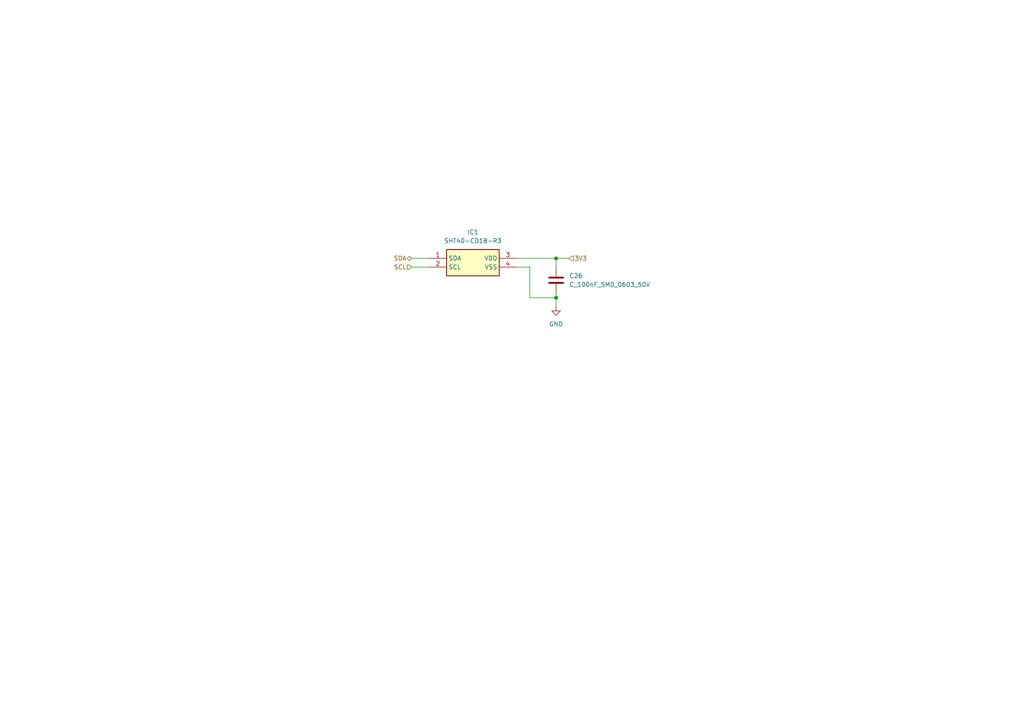
<source format=kicad_sch>
(kicad_sch (version 20231120) (generator "eeschema") (generator_version "8.0")
  (paper "A4")
  (lib_symbols
    (symbol "benediktibk:C_100nF_SMD_0603_50V" (pin_numbers hide) (pin_names (offset 0.254))
      (property "Reference" "C" (at 0.635 2.54 0))
      (property "Value" "C_100nF_SMD_0603_50V" (at 0.635 -2.54 0))
      (symbol "C_100nF_SMD_0603_50V_0_1"
        (polyline (pts (xy -2.032 -0.762) (xy 2.032 -0.762)) (stroke (width 0.508)))
        (polyline (pts (xy -2.032 0.762) (xy 2.032 0.762)) (stroke (width 0.508)))
      )
      (symbol "C_100nF_SMD_0603_50V_1_1"
        (pin passive line (at 0 3.81 270) (length 2.794) (name "~") (number "1"))
        (pin passive line (at 0 -3.81 90) (length 2.794) (name "~") (number "2"))
      )
    )
    (symbol "benediktibk:SHT40-CD1B-R3"
      (property "Reference" "IC" (at 21.59 7.62 0))
      (property "Value" "SHT40-CD1B-R3" (at 21.59 5.08 0))
      (symbol "SHT40-CD1B-R3_1_1"
        (rectangle (start 5.08 2.54) (end 20.32 -5.08) (stroke (width 0.254)) (fill (type background)))
        (pin passive line (at 0 0 0) (length 5.08) (name "SDA") (number "1"))
        (pin passive line (at 0 -2.54 0) (length 5.08) (name "SCL") (number "2"))
        (pin passive line (at 25.4 0 180) (length 5.08) (name "VDD") (number "3"))
        (pin passive line (at 25.4 -2.54 180) (length 5.08) (name "VSS") (number "4"))
      )
    )
    (symbol "power:GND" (power) (pin_numbers hide) (pin_names (offset 0) hide)
      (property "Value" "GND" (at 0 -3.81 0))
      (symbol "GND_0_1"
        (polyline (pts (xy 0 0) (xy 0 -1.27) (xy 1.27 -1.27) (xy 0 -2.54) (xy -1.27 -1.27) (xy 0 -1.27)))
      )
      (symbol "GND_1_1"
        (pin power_in line (at 0 0 270) (length 0) (name "~") (number "1"))
      )
    )
  )
  (junction (at 161.29 74.93))
  (junction (at 161.29 86.36))
  (wire (pts (xy 161.29 74.93) (xy 165.1 74.93)))
  (wire (pts (xy 161.29 86.36) (xy 161.29 88.9)))
  (wire (pts (xy 119.38 74.93) (xy 124.46 74.93)))
  (wire (pts (xy 149.86 77.47) (xy 153.67 77.47)))
  (wire (pts (xy 161.29 86.36) (xy 161.29 85.09)))
  (wire (pts (xy 119.38 77.47) (xy 124.46 77.47)))
  (wire (pts (xy 149.86 74.93) (xy 161.29 74.93)))
  (wire (pts (xy 161.29 74.93) (xy 161.29 77.47)))
  (wire (pts (xy 153.67 77.47) (xy 153.67 86.36)))
  (wire (pts (xy 153.67 86.36) (xy 161.29 86.36)))
  (hierarchical_label "SCL" (shape input) (at 119.38 77.47 180))
  (hierarchical_label "SDA" (shape bidirectional) (at 119.38 74.93 180))
  (hierarchical_label "3V3" (shape input) (at 165.1 74.93 0))
  (symbol (lib_id "power:GND") (at 161.29 88.9 0) (unit 1)
    (property "Reference" "#PWR37" (effects (hide yes)))
    (property "Value" "GND" (at 161.29 93.98 0))
    (property "Description" "Power symbol creates a global label with name \"GND\" , ground" (effects (hide yes)))
  )
  (symbol (lib_id "benediktibk:C_100nF_SMD_0603_50V") (at 161.29 81.28 0) (unit 1)
    (property "Reference" "C26" (at 165.1 80.0099 0) (effects (justify left)))
    (property "Value" "C_100nF_SMD_0603_50V" (at 165.1 82.5499 0) (effects (justify left)))
    (property "Footprint" "benediktibk:C_0603_1608Metric_Pad1.08x0.95mm_HandSolder" (effects (hide yes)))
    (property "Description" "Unpolarized capacitor" (effects (hide yes)))
    (property "RS order number" "242-7372" (effects (hide yes)))
    (property "Mouser Part Number" "581-KGM15BR71H104KM" (effects (hide yes)))
  )
  (symbol (lib_id "benediktibk:SHT40-CD1B-R3") (at 124.46 74.93 0) (unit 1)
    (property "Reference" "IC1" (at 137.16 67.31 0))
    (property "Value" "SHT40-CD1B-R3" (at 137.16 69.85 0))
    (property "Footprint" "benediktibk:SHT40CD1BR3" (effects (hide yes)))
    (property "Datasheet" "https://sensirion.com/media/documents/33FD6951/6555C40E/Sensirion_Datasheet_SHT4x.pdf" (effects (hide yes)))
    (property "Description" "Board Mount Humidity Sensors +/-1.8%RH/+/-0.2C, 4th generation, digital (I2C) humidity and temperature sensor with 0x46 I2C address." (effects (hide yes)))
    (property "Height" "0.59" (effects (hide yes)))
    (property "Mouser Part Number" "403-SHT40-CD1B-R3" (effects (hide yes)))
    (property "Mouser Price/Stock" "https://www.mouser.co.uk/ProductDetail/Sensirion/SHT40-CD1B-R3?qs=ulEaXIWI0c%2FeyXO6eo5KrQ%3D%3D" (effects (hide yes)))
    (property "Manufacturer_Name" "Sensirion" (effects (hide yes)))
    (property "Manufacturer_Part_Number" "SHT40-CD1B-R3" (effects (hide yes)))
  )
)
</source>
